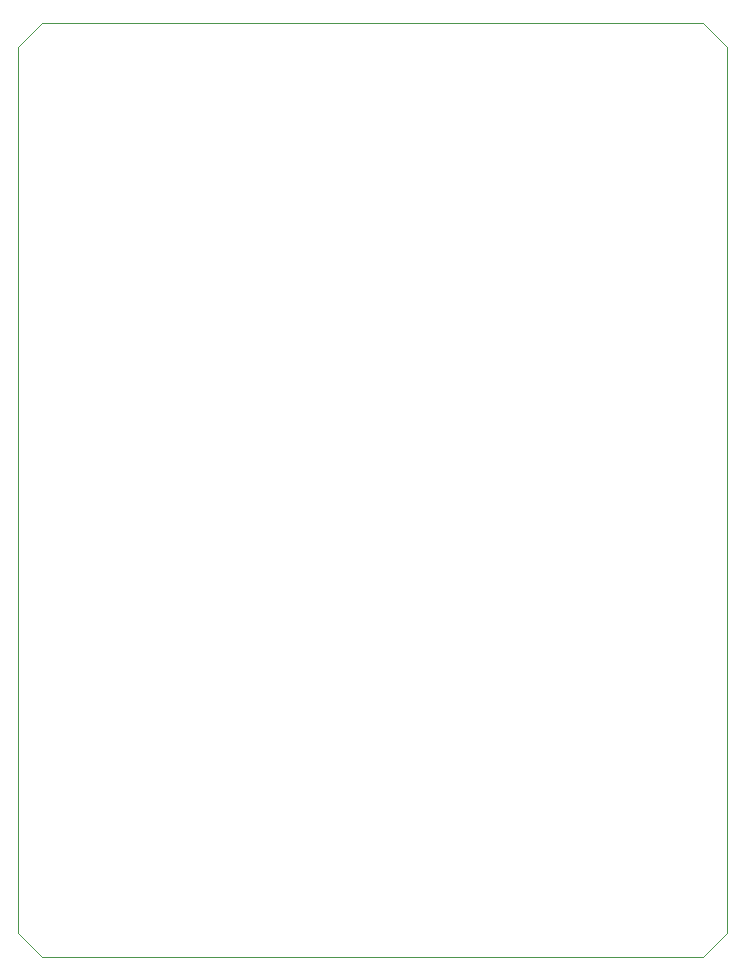
<source format=gbr>
G04*
G04 #@! TF.GenerationSoftware,Altium Limited,Altium Designer,24.3.1 (35)*
G04*
G04 Layer_Color=0*
%FSAX25Y25*%
%MOIN*%
G70*
G04*
G04 #@! TF.SameCoordinates,A3C2EEE2-FC71-4F10-AF2F-9764D03318EB*
G04*
G04*
G04 #@! TF.FilePolarity,Positive*
G04*
G01*
G75*
%ADD50C,0.00100*%
D50*
X0007874Y0000000D02*
X-0000000Y0007874D01*
X-0000000Y0303150D01*
X0007874Y0311024D01*
X0228346Y0311024D01*
X0236221Y0303150D01*
X0236221Y0007874D01*
X0228346Y0000000D01*
X0007874Y0000000D01*
M02*

</source>
